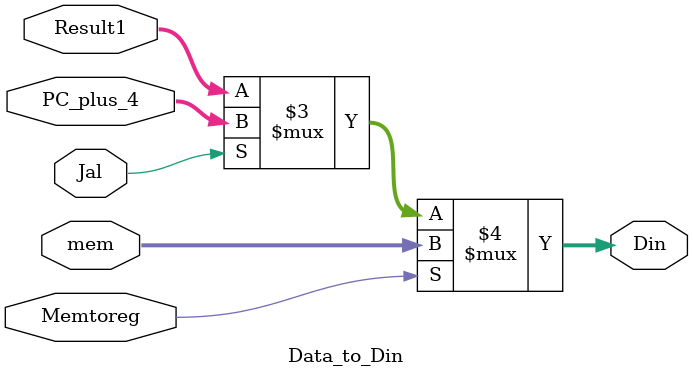
<source format=v>
`timescale 1ns / 1ps

module PCenable(R1_out, Syscall, Go, clk, enable);
    input [31:0]R1_out;
    input Syscall, Go, clk;
    output enable;
    assign enable = (R1_out == 32'h00000022) | ~Syscall | Go ;

endmodule

module Path_ROM_to_Reg(Order, Jal, Regdst, Syscall, R1, R2, W);
    input [31:0]Order;
    input Jal, Regdst;
    input Syscall;
    output [4:0]R1, R2, W;

    assign R1 = (Syscall == 1)?5'b00010 : Order[25:21];
    assign R2 = (Syscall == 1)?5'b00100 : Order[20:16];
    assign W = (Regdst == 0)?((Jal == 0)?(Order[20:16]):(5'b11111)):((Jal == 0)?(Order[15:11]):(5'b00000));
    // 5'b00000 stands for error
endmodule

module shamt_input(Order, R1_out, shift, Lui, shamt);
    input [31:0] Order;
    input [31:0] R1_out;
    input shift, Lui;
    output reg [4:0]shamt;
    initial begin
        shamt <= 0;
    end
    always @(shift or Lui)begin
        if(shift == 1)begin
            shamt = R1_out;
        end
        else if (Lui == 1)begin
            shamt = 16;
        end
        else shamt = Order[10:6];
    end
endmodule

module Extern(Order, Signedext, imm, ext18);
    input [31:0]Order;
    input Signedext;
    output [31:0]imm, ext18;
    wire [15:0]temp;
    assign temp = Order[15]?16'hFFFF:16'h0;
    assign imm = (Signedext == 1)?{temp, Order[15:0]}:{16'h0, Order[15:0]};
    assign ext18 = {temp, Order[15:0]}<<2;
endmodule

module Data_to_Din(mem, Result1, PC_plus_4, Jal, Memtoreg, Din);
    input [31:0] mem, Result1, PC_plus_4;
    input Jal, Memtoreg;
    output [31:0] Din;
    assign Din = (Memtoreg == 1)?mem:((Jal == 1)?PC_plus_4:Result1);

endmodule

</source>
